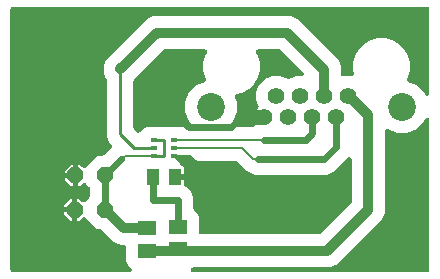
<source format=gbr>
G04 EAGLE Gerber X2 export*
%TF.Part,Single*%
%TF.FileFunction,Copper,L1,Top,Mixed*%
%TF.FilePolarity,Positive*%
%TF.GenerationSoftware,Autodesk,EAGLE,8.6.3*%
%TF.CreationDate,2019-03-24T10:02:58Z*%
G75*
%MOMM*%
%FSLAX34Y34*%
%LPD*%
%AMOC8*
5,1,8,0,0,1.08239X$1,22.5*%
G01*
%ADD10P,1.429621X8X202.500000*%
%ADD11R,1.100000X1.450000*%
%ADD12R,1.500000X1.300000*%
%ADD13R,0.550000X0.300000*%
%ADD14C,1.422400*%
%ADD15C,2.362200*%
%ADD16C,0.609600*%
%ADD17C,0.254000*%
%ADD18C,0.812800*%
%ADD19C,0.203200*%
%ADD20C,1.500000*%
%ADD21C,1.016000*%
%ADD22C,1.270000*%

G36*
X688341Y587622D02*
X688341Y587622D01*
X688350Y587621D01*
X688542Y587642D01*
X688733Y587661D01*
X688741Y587663D01*
X688750Y587664D01*
X688933Y587722D01*
X689118Y587779D01*
X689126Y587783D01*
X689134Y587786D01*
X689303Y587879D01*
X689472Y587971D01*
X689479Y587976D01*
X689486Y587981D01*
X689633Y588105D01*
X689781Y588228D01*
X689787Y588235D01*
X689793Y588241D01*
X689912Y588392D01*
X690033Y588542D01*
X690038Y588550D01*
X690043Y588557D01*
X690131Y588730D01*
X690219Y588899D01*
X690221Y588908D01*
X690225Y588916D01*
X690277Y589102D01*
X690330Y589286D01*
X690331Y589295D01*
X690333Y589304D01*
X690348Y589497D01*
X690363Y589688D01*
X690362Y589696D01*
X690363Y589705D01*
X690338Y589898D01*
X690316Y590087D01*
X690314Y590096D01*
X690312Y590105D01*
X690251Y590288D01*
X690191Y590470D01*
X690187Y590478D01*
X690184Y590486D01*
X690089Y590652D01*
X689994Y590821D01*
X689988Y590828D01*
X689983Y590835D01*
X689769Y591088D01*
X687022Y593835D01*
X685499Y597511D01*
X685499Y608904D01*
X685497Y608922D01*
X685499Y608940D01*
X685478Y609122D01*
X685459Y609305D01*
X685454Y609322D01*
X685452Y609339D01*
X685395Y609514D01*
X685341Y609690D01*
X685333Y609705D01*
X685327Y609722D01*
X685237Y609882D01*
X685149Y610044D01*
X685138Y610057D01*
X685129Y610073D01*
X685009Y610212D01*
X684892Y610353D01*
X684878Y610364D01*
X684866Y610378D01*
X684721Y610490D01*
X684578Y610605D01*
X684562Y610613D01*
X684548Y610624D01*
X684383Y610706D01*
X684221Y610791D01*
X684204Y610796D01*
X684188Y610804D01*
X684009Y610851D01*
X683834Y610902D01*
X683816Y610904D01*
X683799Y610908D01*
X683468Y610935D01*
X680802Y610935D01*
X675633Y613076D01*
X665309Y623400D01*
X665288Y623417D01*
X665271Y623438D01*
X665133Y623545D01*
X664998Y623655D01*
X664974Y623668D01*
X664953Y623684D01*
X664796Y623762D01*
X664642Y623844D01*
X664616Y623852D01*
X664592Y623864D01*
X664423Y623909D01*
X664256Y623959D01*
X664229Y623961D01*
X664204Y623968D01*
X663873Y623995D01*
X660622Y623995D01*
X650961Y633656D01*
X650947Y633667D01*
X650936Y633681D01*
X650792Y633795D01*
X650650Y633911D01*
X650634Y633920D01*
X650620Y633931D01*
X650456Y634014D01*
X650294Y634100D01*
X650277Y634105D01*
X650261Y634113D01*
X650084Y634162D01*
X649908Y634215D01*
X649890Y634216D01*
X649873Y634221D01*
X649690Y634234D01*
X649507Y634251D01*
X649489Y634249D01*
X649472Y634250D01*
X649290Y634227D01*
X649107Y634208D01*
X649090Y634202D01*
X649072Y634200D01*
X648898Y634142D01*
X648723Y634086D01*
X648707Y634077D01*
X648691Y634072D01*
X648532Y633980D01*
X648371Y633891D01*
X648357Y633880D01*
X648342Y633871D01*
X648089Y633656D01*
X645888Y631455D01*
X644131Y631455D01*
X644131Y640600D01*
X644131Y649745D01*
X645888Y649745D01*
X648089Y647544D01*
X648102Y647533D01*
X648114Y647519D01*
X648258Y647405D01*
X648400Y647289D01*
X648416Y647280D01*
X648430Y647269D01*
X648594Y647186D01*
X648756Y647100D01*
X648773Y647095D01*
X648789Y647087D01*
X648966Y647038D01*
X649142Y646985D01*
X649160Y646984D01*
X649177Y646979D01*
X649360Y646966D01*
X649543Y646949D01*
X649561Y646951D01*
X649578Y646950D01*
X649760Y646973D01*
X649943Y646992D01*
X649960Y646998D01*
X649978Y647000D01*
X650151Y647058D01*
X650327Y647114D01*
X650343Y647123D01*
X650359Y647128D01*
X650519Y647220D01*
X650679Y647309D01*
X650693Y647320D01*
X650708Y647329D01*
X650961Y647544D01*
X654356Y650939D01*
X654373Y650960D01*
X654394Y650977D01*
X654501Y651115D01*
X654611Y651250D01*
X654624Y651274D01*
X654640Y651295D01*
X654718Y651452D01*
X654800Y651606D01*
X654808Y651632D01*
X654820Y651656D01*
X654865Y651825D01*
X654915Y651992D01*
X654917Y652019D01*
X654924Y652045D01*
X654951Y652375D01*
X654951Y658425D01*
X654949Y658451D01*
X654951Y658478D01*
X654929Y658652D01*
X654911Y658825D01*
X654904Y658851D01*
X654900Y658878D01*
X654845Y659043D01*
X654793Y659210D01*
X654780Y659234D01*
X654772Y659259D01*
X654685Y659411D01*
X654601Y659564D01*
X654584Y659585D01*
X654571Y659608D01*
X654356Y659861D01*
X651461Y662756D01*
X651447Y662767D01*
X651436Y662781D01*
X651292Y662895D01*
X651150Y663011D01*
X651134Y663020D01*
X651120Y663031D01*
X650956Y663114D01*
X650794Y663200D01*
X650777Y663205D01*
X650761Y663213D01*
X650584Y663262D01*
X650408Y663315D01*
X650390Y663316D01*
X650373Y663321D01*
X650190Y663334D01*
X650007Y663351D01*
X649989Y663349D01*
X649972Y663350D01*
X649790Y663327D01*
X649607Y663308D01*
X649590Y663302D01*
X649572Y663300D01*
X649398Y663242D01*
X649223Y663186D01*
X649207Y663177D01*
X649191Y663172D01*
X649032Y663080D01*
X648871Y662991D01*
X648857Y662980D01*
X648842Y662971D01*
X648589Y662756D01*
X646388Y660555D01*
X644631Y660555D01*
X644631Y669700D01*
X644631Y678845D01*
X646388Y678845D01*
X648589Y676644D01*
X648602Y676633D01*
X648614Y676619D01*
X648758Y676505D01*
X648900Y676389D01*
X648916Y676380D01*
X648930Y676369D01*
X649094Y676286D01*
X649256Y676200D01*
X649273Y676195D01*
X649289Y676187D01*
X649466Y676138D01*
X649642Y676085D01*
X649660Y676084D01*
X649677Y676079D01*
X649860Y676066D01*
X650043Y676049D01*
X650061Y676051D01*
X650078Y676050D01*
X650260Y676073D01*
X650443Y676092D01*
X650460Y676098D01*
X650478Y676100D01*
X650652Y676158D01*
X650827Y676214D01*
X650843Y676223D01*
X650859Y676228D01*
X651019Y676320D01*
X651179Y676409D01*
X651193Y676420D01*
X651208Y676429D01*
X651461Y676644D01*
X661122Y686305D01*
X665310Y686305D01*
X665336Y686307D01*
X665363Y686305D01*
X665537Y686327D01*
X665710Y686345D01*
X665736Y686352D01*
X665762Y686356D01*
X665928Y686411D01*
X666095Y686463D01*
X666119Y686476D01*
X666144Y686484D01*
X666295Y686571D01*
X666449Y686655D01*
X666470Y686672D01*
X666493Y686685D01*
X666746Y686900D01*
X673017Y693171D01*
X673029Y693185D01*
X673042Y693196D01*
X673156Y693341D01*
X673272Y693482D01*
X673281Y693498D01*
X673292Y693512D01*
X673375Y693676D01*
X673461Y693838D01*
X673466Y693855D01*
X673474Y693871D01*
X673523Y694048D01*
X673576Y694224D01*
X673577Y694242D01*
X673582Y694259D01*
X673596Y694442D01*
X673612Y694625D01*
X673610Y694643D01*
X673611Y694661D01*
X673589Y694843D01*
X673569Y695025D01*
X673563Y695042D01*
X673561Y695060D01*
X673503Y695234D01*
X673447Y695409D01*
X673439Y695425D01*
X673433Y695442D01*
X673341Y695601D01*
X673252Y695761D01*
X673241Y695775D01*
X673232Y695791D01*
X673017Y696044D01*
X670945Y698116D01*
X669229Y702258D01*
X669229Y750039D01*
X669227Y750065D01*
X669229Y750092D01*
X669207Y750266D01*
X669189Y750439D01*
X669182Y750465D01*
X669178Y750492D01*
X669123Y750657D01*
X669071Y750824D01*
X669058Y750848D01*
X669050Y750873D01*
X668963Y751025D01*
X668879Y751178D01*
X668862Y751199D01*
X668849Y751222D01*
X668634Y751475D01*
X668576Y751533D01*
X666435Y756702D01*
X666435Y762298D01*
X668576Y767467D01*
X699291Y798181D01*
X703533Y802424D01*
X705145Y803091D01*
X708702Y804565D01*
X824798Y804565D01*
X829967Y802424D01*
X865364Y767027D01*
X867505Y761858D01*
X867505Y755572D01*
X867506Y755558D01*
X867505Y755545D01*
X867526Y755358D01*
X867545Y755171D01*
X867549Y755158D01*
X867550Y755145D01*
X867608Y754965D01*
X867663Y754786D01*
X867669Y754774D01*
X867673Y754762D01*
X867765Y754597D01*
X867855Y754432D01*
X867863Y754422D01*
X867870Y754410D01*
X867993Y754266D01*
X868112Y754123D01*
X868123Y754114D01*
X868131Y754104D01*
X868280Y753988D01*
X868426Y753870D01*
X868438Y753864D01*
X868449Y753856D01*
X868617Y753772D01*
X868783Y753685D01*
X868796Y753681D01*
X868808Y753675D01*
X868989Y753626D01*
X869170Y753574D01*
X869184Y753572D01*
X869197Y753569D01*
X869383Y753556D01*
X869572Y753541D01*
X869585Y753542D01*
X869598Y753541D01*
X869784Y753566D01*
X869971Y753588D01*
X869984Y753592D01*
X869997Y753594D01*
X870313Y753695D01*
X870356Y753713D01*
X876554Y753713D01*
X876636Y753721D01*
X876718Y753719D01*
X876836Y753741D01*
X876955Y753753D01*
X877034Y753777D01*
X877114Y753791D01*
X877225Y753836D01*
X877340Y753871D01*
X877412Y753910D01*
X877488Y753940D01*
X877589Y754006D01*
X877694Y754063D01*
X877757Y754115D01*
X877826Y754160D01*
X877911Y754244D01*
X878003Y754320D01*
X878055Y754384D01*
X878113Y754442D01*
X878181Y754541D01*
X878256Y754634D01*
X878293Y754707D01*
X878340Y754775D01*
X878386Y754885D01*
X878441Y754991D01*
X878464Y755070D01*
X878496Y755146D01*
X878519Y755263D01*
X878552Y755378D01*
X878559Y755460D01*
X878575Y755541D01*
X878576Y755660D01*
X878585Y755780D01*
X878576Y755861D01*
X878576Y755943D01*
X878549Y756093D01*
X878538Y756179D01*
X878526Y756218D01*
X878516Y756270D01*
X877823Y758857D01*
X877823Y765143D01*
X879450Y771216D01*
X882594Y776661D01*
X887039Y781106D01*
X892484Y784250D01*
X898557Y785877D01*
X904843Y785877D01*
X910916Y784250D01*
X916361Y781106D01*
X920806Y776661D01*
X923950Y771216D01*
X925577Y765143D01*
X925577Y758857D01*
X923950Y752784D01*
X923513Y752029D01*
X923451Y751891D01*
X923383Y751757D01*
X923369Y751708D01*
X923348Y751662D01*
X923314Y751515D01*
X923273Y751370D01*
X923269Y751319D01*
X923258Y751269D01*
X923253Y751118D01*
X923242Y750968D01*
X923248Y750918D01*
X923247Y750867D01*
X923272Y750718D01*
X923290Y750569D01*
X923306Y750520D01*
X923315Y750470D01*
X923370Y750329D01*
X923417Y750187D01*
X923442Y750142D01*
X923461Y750095D01*
X923542Y749968D01*
X923616Y749837D01*
X923650Y749798D01*
X923677Y749755D01*
X923782Y749647D01*
X923881Y749533D01*
X923921Y749502D01*
X923957Y749465D01*
X924081Y749380D01*
X924200Y749288D01*
X924251Y749262D01*
X924288Y749236D01*
X924367Y749202D01*
X924495Y749136D01*
X931581Y746201D01*
X937717Y740065D01*
X938471Y738244D01*
X938473Y738240D01*
X938475Y738236D01*
X938569Y738062D01*
X938662Y737889D01*
X938664Y737886D01*
X938667Y737882D01*
X938792Y737732D01*
X938918Y737579D01*
X938921Y737576D01*
X938924Y737573D01*
X939077Y737450D01*
X939231Y737325D01*
X939235Y737323D01*
X939238Y737320D01*
X939411Y737230D01*
X939587Y737138D01*
X939591Y737137D01*
X939595Y737135D01*
X939783Y737081D01*
X939974Y737025D01*
X939978Y737025D01*
X939982Y737024D01*
X940180Y737007D01*
X940375Y736991D01*
X940379Y736991D01*
X940384Y736991D01*
X940578Y737014D01*
X940775Y737036D01*
X940779Y737037D01*
X940783Y737038D01*
X940969Y737098D01*
X941158Y737159D01*
X941162Y737161D01*
X941166Y737162D01*
X941338Y737259D01*
X941510Y737355D01*
X941513Y737358D01*
X941517Y737360D01*
X941665Y737489D01*
X941815Y737617D01*
X941818Y737621D01*
X941822Y737623D01*
X941942Y737778D01*
X942064Y737934D01*
X942066Y737938D01*
X942068Y737942D01*
X942157Y738119D01*
X942244Y738294D01*
X942246Y738298D01*
X942248Y738302D01*
X942298Y738491D01*
X942351Y738682D01*
X942351Y738687D01*
X942352Y738691D01*
X942379Y739022D01*
X942379Y810348D01*
X942377Y810366D01*
X942379Y810384D01*
X942358Y810566D01*
X942339Y810749D01*
X942334Y810766D01*
X942332Y810783D01*
X942275Y810958D01*
X942221Y811134D01*
X942213Y811149D01*
X942207Y811166D01*
X942117Y811326D01*
X942029Y811488D01*
X942018Y811501D01*
X942009Y811517D01*
X941889Y811656D01*
X941772Y811797D01*
X941758Y811808D01*
X941746Y811822D01*
X941601Y811934D01*
X941458Y812049D01*
X941442Y812057D01*
X941428Y812068D01*
X941263Y812150D01*
X941101Y812235D01*
X941084Y812240D01*
X941068Y812248D01*
X940889Y812295D01*
X940714Y812346D01*
X940696Y812348D01*
X940679Y812352D01*
X940348Y812379D01*
X589652Y812379D01*
X589634Y812377D01*
X589616Y812379D01*
X589434Y812358D01*
X589251Y812339D01*
X589234Y812334D01*
X589217Y812332D01*
X589042Y812275D01*
X588866Y812221D01*
X588851Y812213D01*
X588834Y812207D01*
X588674Y812117D01*
X588512Y812029D01*
X588499Y812018D01*
X588483Y812009D01*
X588344Y811889D01*
X588203Y811772D01*
X588192Y811758D01*
X588178Y811746D01*
X588066Y811601D01*
X587951Y811458D01*
X587943Y811442D01*
X587932Y811428D01*
X587850Y811263D01*
X587765Y811101D01*
X587760Y811084D01*
X587752Y811068D01*
X587705Y810889D01*
X587654Y810714D01*
X587652Y810696D01*
X587648Y810679D01*
X587621Y810348D01*
X587621Y589652D01*
X587623Y589634D01*
X587621Y589616D01*
X587642Y589434D01*
X587661Y589251D01*
X587666Y589234D01*
X587668Y589217D01*
X587725Y589042D01*
X587779Y588866D01*
X587787Y588851D01*
X587793Y588834D01*
X587883Y588674D01*
X587971Y588512D01*
X587982Y588499D01*
X587991Y588483D01*
X588111Y588344D01*
X588228Y588203D01*
X588242Y588192D01*
X588254Y588178D01*
X588399Y588066D01*
X588542Y587951D01*
X588558Y587943D01*
X588572Y587932D01*
X588737Y587850D01*
X588899Y587765D01*
X588916Y587760D01*
X588932Y587752D01*
X589111Y587705D01*
X589286Y587654D01*
X589304Y587652D01*
X589321Y587648D01*
X589652Y587621D01*
X688332Y587621D01*
X688341Y587622D01*
G37*
G36*
X849359Y620067D02*
X849359Y620067D01*
X849386Y620065D01*
X849560Y620087D01*
X849733Y620105D01*
X849759Y620112D01*
X849786Y620116D01*
X849951Y620171D01*
X850118Y620223D01*
X850142Y620236D01*
X850167Y620244D01*
X850319Y620331D01*
X850472Y620415D01*
X850493Y620432D01*
X850516Y620445D01*
X850769Y620660D01*
X875840Y645731D01*
X875857Y645752D01*
X875878Y645769D01*
X875985Y645907D01*
X876095Y646042D01*
X876108Y646066D01*
X876124Y646087D01*
X876202Y646244D01*
X876284Y646398D01*
X876292Y646424D01*
X876304Y646448D01*
X876349Y646617D01*
X876399Y646784D01*
X876401Y646811D01*
X876408Y646836D01*
X876435Y647167D01*
X876435Y683078D01*
X876434Y683087D01*
X876435Y683095D01*
X876414Y683289D01*
X876395Y683478D01*
X876393Y683487D01*
X876392Y683496D01*
X876334Y683679D01*
X876277Y683863D01*
X876273Y683871D01*
X876270Y683880D01*
X876178Y684047D01*
X876085Y684217D01*
X876080Y684224D01*
X876075Y684232D01*
X875951Y684379D01*
X875828Y684527D01*
X875821Y684532D01*
X875815Y684539D01*
X875663Y684659D01*
X875514Y684779D01*
X875506Y684783D01*
X875499Y684789D01*
X875326Y684876D01*
X875157Y684964D01*
X875148Y684967D01*
X875140Y684971D01*
X874954Y685023D01*
X874770Y685076D01*
X874761Y685076D01*
X874752Y685079D01*
X874559Y685093D01*
X874368Y685109D01*
X874360Y685108D01*
X874351Y685108D01*
X874158Y685084D01*
X873969Y685062D01*
X873960Y685059D01*
X873951Y685058D01*
X873768Y684996D01*
X873586Y684937D01*
X873578Y684932D01*
X873570Y684930D01*
X873403Y684834D01*
X873235Y684739D01*
X873228Y684733D01*
X873221Y684729D01*
X872968Y684514D01*
X860796Y672342D01*
X856938Y670744D01*
X856000Y670355D01*
X794404Y670355D01*
X789609Y672342D01*
X788900Y673050D01*
X788876Y673070D01*
X788855Y673094D01*
X788721Y673197D01*
X788589Y673305D01*
X788561Y673320D01*
X788536Y673339D01*
X788241Y673491D01*
X786856Y674064D01*
X779532Y681388D01*
X779511Y681405D01*
X779493Y681426D01*
X779356Y681533D01*
X779220Y681643D01*
X779196Y681656D01*
X779175Y681672D01*
X779018Y681750D01*
X778864Y681832D01*
X778839Y681840D01*
X778815Y681852D01*
X778645Y681897D01*
X778479Y681947D01*
X778452Y681949D01*
X778426Y681956D01*
X778095Y681983D01*
X733236Y681983D01*
X733100Y681970D01*
X732962Y681965D01*
X732899Y681950D01*
X732836Y681943D01*
X732704Y681903D01*
X732571Y681871D01*
X732512Y681844D01*
X732451Y681825D01*
X732330Y681760D01*
X732205Y681702D01*
X732153Y681664D01*
X732097Y681633D01*
X731991Y681546D01*
X731880Y681464D01*
X731837Y681417D01*
X731787Y681376D01*
X731701Y681269D01*
X731609Y681167D01*
X731575Y681112D01*
X731535Y681062D01*
X731472Y680940D01*
X731401Y680822D01*
X731379Y680762D01*
X731350Y680705D01*
X731312Y680573D01*
X731265Y680443D01*
X731256Y680380D01*
X731238Y680318D01*
X731227Y680181D01*
X731207Y680045D01*
X731210Y679981D01*
X731205Y679916D01*
X731221Y679780D01*
X731229Y679643D01*
X731245Y679580D01*
X731252Y679517D01*
X731295Y679386D01*
X731329Y679253D01*
X731357Y679195D01*
X731377Y679134D01*
X731445Y679014D01*
X731504Y678890D01*
X731543Y678839D01*
X731575Y678783D01*
X731665Y678679D01*
X731748Y678570D01*
X731796Y678527D01*
X731838Y678479D01*
X731946Y678394D01*
X732050Y678303D01*
X732105Y678271D01*
X732156Y678232D01*
X732279Y678171D01*
X732398Y678102D01*
X732468Y678077D01*
X732517Y678052D01*
X732594Y678032D01*
X732711Y677990D01*
X732981Y677918D01*
X733560Y677583D01*
X734033Y677110D01*
X734368Y676531D01*
X734541Y675885D01*
X734541Y671049D01*
X727218Y671049D01*
X727200Y671047D01*
X727183Y671049D01*
X727000Y671028D01*
X726818Y671009D01*
X726801Y671004D01*
X726783Y671002D01*
X726608Y670945D01*
X726433Y670891D01*
X726417Y670883D01*
X726400Y670877D01*
X726240Y670787D01*
X726079Y670699D01*
X726065Y670688D01*
X726049Y670679D01*
X725910Y670559D01*
X725769Y670442D01*
X725758Y670428D01*
X725745Y670416D01*
X725632Y670271D01*
X725517Y670128D01*
X725509Y670112D01*
X725498Y670098D01*
X725416Y669933D01*
X725332Y669771D01*
X725327Y669754D01*
X725319Y669738D01*
X725271Y669559D01*
X725220Y669384D01*
X725219Y669366D01*
X725214Y669349D01*
X725187Y669018D01*
X725187Y667582D01*
X725189Y667564D01*
X725187Y667546D01*
X725209Y667364D01*
X725227Y667181D01*
X725232Y667164D01*
X725234Y667147D01*
X725291Y666971D01*
X725345Y666796D01*
X725353Y666781D01*
X725359Y666764D01*
X725449Y666604D01*
X725537Y666442D01*
X725548Y666429D01*
X725557Y666413D01*
X725677Y666274D01*
X725795Y666133D01*
X725808Y666122D01*
X725820Y666108D01*
X725965Y665996D01*
X726108Y665881D01*
X726124Y665873D01*
X726138Y665862D01*
X726303Y665780D01*
X726466Y665695D01*
X726483Y665690D01*
X726499Y665682D01*
X726677Y665634D01*
X726852Y665584D01*
X726870Y665582D01*
X726887Y665578D01*
X727218Y665551D01*
X734541Y665551D01*
X734541Y661893D01*
X734543Y661871D01*
X734541Y661849D01*
X734563Y661671D01*
X734581Y661493D01*
X734587Y661471D01*
X734590Y661449D01*
X734646Y661279D01*
X734699Y661108D01*
X734709Y661088D01*
X734716Y661067D01*
X734805Y660911D01*
X734891Y660754D01*
X734905Y660736D01*
X734916Y660717D01*
X735033Y660582D01*
X735148Y660444D01*
X735166Y660430D01*
X735180Y660414D01*
X735322Y660304D01*
X735462Y660192D01*
X735482Y660182D01*
X735500Y660168D01*
X735795Y660017D01*
X736892Y659562D01*
X740562Y655892D01*
X742549Y651096D01*
X742549Y641936D01*
X742551Y641909D01*
X742549Y641883D01*
X742571Y641709D01*
X742589Y641535D01*
X742596Y641510D01*
X742600Y641483D01*
X742655Y641317D01*
X742707Y641150D01*
X742720Y641127D01*
X742728Y641101D01*
X742815Y640950D01*
X742899Y640796D01*
X742916Y640776D01*
X742929Y640753D01*
X743144Y640500D01*
X745478Y638165D01*
X747001Y634489D01*
X747001Y622096D01*
X747003Y622078D01*
X747001Y622060D01*
X747022Y621878D01*
X747041Y621695D01*
X747046Y621678D01*
X747048Y621661D01*
X747105Y621486D01*
X747159Y621310D01*
X747167Y621295D01*
X747173Y621278D01*
X747263Y621118D01*
X747351Y620956D01*
X747362Y620943D01*
X747371Y620927D01*
X747491Y620788D01*
X747608Y620647D01*
X747622Y620636D01*
X747634Y620622D01*
X747779Y620510D01*
X747922Y620395D01*
X747938Y620387D01*
X747952Y620376D01*
X748117Y620294D01*
X748279Y620209D01*
X748296Y620204D01*
X748312Y620196D01*
X748491Y620149D01*
X748666Y620098D01*
X748684Y620096D01*
X748701Y620092D01*
X749032Y620065D01*
X849333Y620065D01*
X849359Y620067D01*
G37*
G36*
X940366Y587623D02*
X940366Y587623D01*
X940384Y587621D01*
X940566Y587642D01*
X940749Y587661D01*
X940766Y587666D01*
X940783Y587668D01*
X940958Y587725D01*
X941134Y587779D01*
X941149Y587787D01*
X941166Y587793D01*
X941326Y587883D01*
X941488Y587971D01*
X941501Y587982D01*
X941517Y587991D01*
X941656Y588111D01*
X941797Y588228D01*
X941808Y588242D01*
X941822Y588254D01*
X941934Y588399D01*
X942049Y588542D01*
X942057Y588558D01*
X942068Y588572D01*
X942150Y588737D01*
X942235Y588899D01*
X942240Y588916D01*
X942248Y588932D01*
X942295Y589111D01*
X942346Y589286D01*
X942348Y589304D01*
X942352Y589321D01*
X942379Y589652D01*
X942379Y716398D01*
X942379Y716403D01*
X942379Y716407D01*
X942359Y716601D01*
X942339Y716799D01*
X942338Y716803D01*
X942338Y716808D01*
X942279Y716996D01*
X942221Y717184D01*
X942219Y717188D01*
X942218Y717192D01*
X942122Y717367D01*
X942029Y717538D01*
X942027Y717541D01*
X942024Y717545D01*
X941896Y717698D01*
X941772Y717847D01*
X941768Y717850D01*
X941765Y717853D01*
X941609Y717978D01*
X941458Y718100D01*
X941454Y718102D01*
X941451Y718104D01*
X941270Y718197D01*
X941101Y718285D01*
X941096Y718286D01*
X941092Y718288D01*
X940902Y718342D01*
X940714Y718396D01*
X940709Y718397D01*
X940705Y718398D01*
X940513Y718413D01*
X940312Y718429D01*
X940308Y718429D01*
X940304Y718429D01*
X940110Y718406D01*
X939913Y718382D01*
X939908Y718381D01*
X939904Y718380D01*
X939719Y718319D01*
X939530Y718258D01*
X939526Y718255D01*
X939522Y718254D01*
X939353Y718158D01*
X939179Y718060D01*
X939176Y718057D01*
X939172Y718055D01*
X939025Y717927D01*
X938875Y717797D01*
X938872Y717793D01*
X938868Y717790D01*
X938748Y717633D01*
X938628Y717478D01*
X938626Y717475D01*
X938623Y717471D01*
X938471Y717176D01*
X937717Y715355D01*
X931581Y709219D01*
X923565Y705898D01*
X914887Y705898D01*
X907373Y709011D01*
X907360Y709015D01*
X907349Y709021D01*
X907169Y709072D01*
X906988Y709127D01*
X906975Y709128D01*
X906962Y709132D01*
X906774Y709148D01*
X906587Y709165D01*
X906574Y709164D01*
X906560Y709165D01*
X906373Y709143D01*
X906187Y709124D01*
X906174Y709120D01*
X906161Y709118D01*
X905981Y709060D01*
X905802Y709004D01*
X905791Y708997D01*
X905778Y708993D01*
X905613Y708900D01*
X905449Y708811D01*
X905439Y708802D01*
X905427Y708795D01*
X905285Y708672D01*
X905141Y708551D01*
X905133Y708541D01*
X905122Y708532D01*
X905007Y708384D01*
X904890Y708237D01*
X904884Y708225D01*
X904876Y708214D01*
X904792Y708045D01*
X904706Y707878D01*
X904702Y707866D01*
X904696Y707854D01*
X904647Y707670D01*
X904596Y707491D01*
X904595Y707478D01*
X904592Y707465D01*
X904565Y707134D01*
X904565Y637702D01*
X902424Y632533D01*
X863967Y594076D01*
X862712Y593556D01*
X862711Y593556D01*
X858798Y591935D01*
X742860Y591935D01*
X742829Y591932D01*
X742798Y591934D01*
X742629Y591912D01*
X742460Y591895D01*
X742430Y591886D01*
X742399Y591882D01*
X742083Y591781D01*
X741474Y591529D01*
X741470Y591527D01*
X741466Y591525D01*
X741293Y591431D01*
X741119Y591338D01*
X741116Y591336D01*
X741112Y591333D01*
X740962Y591209D01*
X740809Y591082D01*
X740806Y591079D01*
X740803Y591076D01*
X740681Y590924D01*
X740555Y590769D01*
X740553Y590765D01*
X740550Y590762D01*
X740461Y590589D01*
X740368Y590413D01*
X740367Y590409D01*
X740365Y590405D01*
X740309Y590210D01*
X740255Y590027D01*
X740255Y590022D01*
X740254Y590018D01*
X740237Y589818D01*
X740221Y589625D01*
X740221Y589621D01*
X740221Y589616D01*
X740244Y589420D01*
X740266Y589225D01*
X740267Y589221D01*
X740268Y589217D01*
X740328Y589030D01*
X740389Y588842D01*
X740391Y588838D01*
X740392Y588834D01*
X740489Y588663D01*
X740585Y588491D01*
X740588Y588487D01*
X740590Y588483D01*
X740718Y588336D01*
X740847Y588185D01*
X740851Y588182D01*
X740853Y588178D01*
X741008Y588059D01*
X741164Y587936D01*
X741168Y587934D01*
X741172Y587932D01*
X741349Y587843D01*
X741524Y587756D01*
X741528Y587754D01*
X741532Y587752D01*
X741727Y587700D01*
X741912Y587649D01*
X741916Y587649D01*
X741921Y587648D01*
X742252Y587621D01*
X940348Y587621D01*
X940366Y587623D01*
G37*
G36*
X695934Y705885D02*
X695934Y705885D01*
X695951Y705883D01*
X696133Y705906D01*
X696316Y705926D01*
X696333Y705931D01*
X696351Y705934D01*
X696524Y705992D01*
X696700Y706048D01*
X696716Y706056D01*
X696732Y706062D01*
X696892Y706154D01*
X697052Y706242D01*
X697066Y706254D01*
X697081Y706263D01*
X697334Y706478D01*
X700335Y709478D01*
X700759Y709654D01*
X704011Y711001D01*
X713489Y711001D01*
X713671Y710925D01*
X713701Y710916D01*
X713729Y710902D01*
X713894Y710858D01*
X714057Y710809D01*
X714088Y710806D01*
X714118Y710798D01*
X714449Y710771D01*
X719805Y710771D01*
X719957Y710725D01*
X719983Y710722D01*
X720009Y710715D01*
X720184Y710703D01*
X720358Y710687D01*
X720384Y710690D01*
X720411Y710688D01*
X720585Y710710D01*
X720758Y710728D01*
X720783Y710736D01*
X720810Y710740D01*
X721126Y710841D01*
X721511Y711001D01*
X730989Y711001D01*
X731785Y710671D01*
X731814Y710662D01*
X731842Y710648D01*
X732007Y710604D01*
X732170Y710555D01*
X732201Y710552D01*
X732231Y710544D01*
X732562Y710517D01*
X738617Y710517D01*
X738626Y710518D01*
X738635Y710517D01*
X738827Y710538D01*
X739018Y710557D01*
X739026Y710559D01*
X739035Y710560D01*
X739217Y710618D01*
X739402Y710675D01*
X739410Y710679D01*
X739419Y710682D01*
X739587Y710775D01*
X739757Y710867D01*
X739763Y710872D01*
X739771Y710877D01*
X739918Y711001D01*
X740066Y711124D01*
X740071Y711131D01*
X740078Y711137D01*
X740198Y711289D01*
X740318Y711438D01*
X740322Y711446D01*
X740328Y711453D01*
X740415Y711625D01*
X740504Y711795D01*
X740506Y711804D01*
X740510Y711812D01*
X740562Y711998D01*
X740615Y712182D01*
X740616Y712191D01*
X740618Y712200D01*
X740632Y712392D01*
X740648Y712584D01*
X740647Y712592D01*
X740648Y712601D01*
X740623Y712794D01*
X740601Y712983D01*
X740598Y712992D01*
X740597Y713001D01*
X740536Y713184D01*
X740476Y713366D01*
X740472Y713374D01*
X740469Y713382D01*
X740374Y713548D01*
X740278Y713717D01*
X740272Y713724D01*
X740268Y713731D01*
X740053Y713984D01*
X738683Y715355D01*
X735362Y723371D01*
X735362Y732049D01*
X738683Y740065D01*
X744819Y746201D01*
X751905Y749136D01*
X752037Y749207D01*
X752174Y749272D01*
X752215Y749302D01*
X752260Y749326D01*
X752376Y749423D01*
X752497Y749512D01*
X752531Y749550D01*
X752570Y749583D01*
X752665Y749700D01*
X752766Y749812D01*
X752792Y749856D01*
X752824Y749895D01*
X752894Y750029D01*
X752970Y750159D01*
X752987Y750207D01*
X753011Y750252D01*
X753053Y750397D01*
X753103Y750539D01*
X753110Y750589D01*
X753124Y750638D01*
X753137Y750788D01*
X753157Y750938D01*
X753154Y750989D01*
X753159Y751040D01*
X753142Y751189D01*
X753132Y751340D01*
X753119Y751389D01*
X753113Y751440D01*
X753067Y751583D01*
X753028Y751729D01*
X753004Y751781D01*
X752990Y751823D01*
X752949Y751898D01*
X752887Y752029D01*
X752450Y752784D01*
X750823Y758857D01*
X750823Y765143D01*
X752450Y771216D01*
X753705Y773388D01*
X753765Y773522D01*
X753832Y773651D01*
X753848Y773705D01*
X753870Y773755D01*
X753903Y773898D01*
X753944Y774038D01*
X753948Y774094D01*
X753961Y774148D01*
X753965Y774294D01*
X753976Y774440D01*
X753970Y774495D01*
X753972Y774550D01*
X753947Y774695D01*
X753930Y774839D01*
X753912Y774892D01*
X753903Y774947D01*
X753850Y775083D01*
X753805Y775222D01*
X753777Y775271D01*
X753757Y775322D01*
X753679Y775445D01*
X753607Y775573D01*
X753571Y775615D01*
X753541Y775662D01*
X753439Y775767D01*
X753344Y775878D01*
X753300Y775912D01*
X753261Y775952D01*
X753141Y776035D01*
X753026Y776124D01*
X752976Y776149D01*
X752930Y776181D01*
X752796Y776239D01*
X752665Y776304D01*
X752611Y776318D01*
X752560Y776340D01*
X752418Y776370D01*
X752276Y776408D01*
X752213Y776413D01*
X752167Y776423D01*
X752083Y776424D01*
X751946Y776435D01*
X718167Y776435D01*
X718141Y776433D01*
X718114Y776435D01*
X717940Y776413D01*
X717767Y776395D01*
X717741Y776388D01*
X717714Y776384D01*
X717549Y776329D01*
X717382Y776277D01*
X717358Y776264D01*
X717333Y776256D01*
X717181Y776169D01*
X717028Y776085D01*
X717007Y776068D01*
X716984Y776055D01*
X716731Y775840D01*
X692366Y751475D01*
X692349Y751454D01*
X692328Y751437D01*
X692221Y751299D01*
X692111Y751164D01*
X692098Y751140D01*
X692082Y751119D01*
X692004Y750962D01*
X691922Y750808D01*
X691914Y750782D01*
X691902Y750758D01*
X691857Y750589D01*
X691807Y750422D01*
X691805Y750395D01*
X691798Y750370D01*
X691771Y750039D01*
X691771Y710010D01*
X691773Y709983D01*
X691771Y709957D01*
X691793Y709783D01*
X691811Y709609D01*
X691818Y709584D01*
X691822Y709557D01*
X691877Y709391D01*
X691929Y709224D01*
X691942Y709201D01*
X691950Y709175D01*
X692037Y709024D01*
X692121Y708870D01*
X692138Y708850D01*
X692151Y708827D01*
X692366Y708574D01*
X694462Y706478D01*
X694476Y706466D01*
X694487Y706453D01*
X694631Y706339D01*
X694773Y706222D01*
X694789Y706214D01*
X694803Y706203D01*
X694967Y706119D01*
X695129Y706034D01*
X695146Y706029D01*
X695162Y706021D01*
X695339Y705971D01*
X695515Y705919D01*
X695533Y705917D01*
X695550Y705913D01*
X695733Y705899D01*
X695916Y705883D01*
X695934Y705885D01*
G37*
G36*
X792806Y710522D02*
X792806Y710522D01*
X792857Y710519D01*
X793006Y710542D01*
X793155Y710557D01*
X793204Y710572D01*
X793255Y710579D01*
X793396Y710631D01*
X793540Y710675D01*
X793585Y710699D01*
X793633Y710717D01*
X793762Y710795D01*
X793894Y710867D01*
X793934Y710899D01*
X793977Y710926D01*
X794088Y711028D01*
X794204Y711124D01*
X794236Y711164D01*
X794273Y711199D01*
X794362Y711321D01*
X794456Y711438D01*
X794479Y711483D01*
X794510Y711525D01*
X794572Y711662D01*
X794641Y711795D01*
X794655Y711844D01*
X794677Y711891D01*
X794711Y712038D01*
X794753Y712182D01*
X794757Y712233D01*
X794769Y712283D01*
X794773Y712434D01*
X794786Y712584D01*
X794780Y712634D01*
X794781Y712686D01*
X794756Y712834D01*
X794739Y712983D01*
X794723Y713032D01*
X794714Y713083D01*
X794661Y713223D01*
X794614Y713366D01*
X794589Y713411D01*
X794570Y713459D01*
X794451Y713656D01*
X794416Y713717D01*
X794407Y713727D01*
X794398Y713742D01*
X794384Y713761D01*
X793694Y715115D01*
X793225Y716560D01*
X793219Y716598D01*
X802449Y716598D01*
X802467Y716600D01*
X802485Y716599D01*
X802667Y716620D01*
X802850Y716638D01*
X802867Y716643D01*
X802885Y716645D01*
X803059Y716702D01*
X803235Y716756D01*
X803251Y716765D01*
X803267Y716770D01*
X803428Y716861D01*
X803589Y716948D01*
X803603Y716959D01*
X803618Y716968D01*
X803757Y717088D01*
X803898Y717206D01*
X803909Y717220D01*
X803923Y717231D01*
X804035Y717376D01*
X804150Y717519D01*
X804159Y717535D01*
X804170Y717549D01*
X804252Y717714D01*
X804336Y717877D01*
X804341Y717894D01*
X804349Y717910D01*
X804397Y718088D01*
X804447Y718264D01*
X804449Y718281D01*
X804453Y718299D01*
X804481Y718629D01*
X804481Y719011D01*
X804479Y719028D01*
X804480Y719046D01*
X804459Y719228D01*
X804441Y719411D01*
X804435Y719428D01*
X804433Y719446D01*
X804376Y719620D01*
X804323Y719796D01*
X804314Y719812D01*
X804308Y719829D01*
X804218Y719989D01*
X804131Y720150D01*
X804119Y720164D01*
X804111Y720179D01*
X803990Y720319D01*
X803873Y720459D01*
X803859Y720471D01*
X803847Y720484D01*
X803702Y720597D01*
X803559Y720712D01*
X803543Y720720D01*
X803529Y720731D01*
X803364Y720813D01*
X803202Y720897D01*
X803185Y720902D01*
X803169Y720910D01*
X802991Y720958D01*
X802815Y721009D01*
X802797Y721010D01*
X802780Y721015D01*
X802449Y721042D01*
X793219Y721042D01*
X793225Y721080D01*
X793694Y722525D01*
X794384Y723879D01*
X795277Y725108D01*
X796352Y726183D01*
X796778Y726493D01*
X796915Y726614D01*
X797052Y726732D01*
X797064Y726747D01*
X797079Y726761D01*
X797188Y726906D01*
X797300Y727049D01*
X797309Y727066D01*
X797321Y727082D01*
X797400Y727246D01*
X797481Y727408D01*
X797486Y727427D01*
X797495Y727446D01*
X797539Y727622D01*
X797587Y727797D01*
X797589Y727817D01*
X797594Y727836D01*
X797602Y728017D01*
X797615Y728198D01*
X797612Y728218D01*
X797613Y728238D01*
X797586Y728417D01*
X797563Y728598D01*
X797556Y728619D01*
X797553Y728636D01*
X797527Y728708D01*
X797461Y728913D01*
X795687Y733196D01*
X795687Y740004D01*
X798293Y746294D01*
X803106Y751107D01*
X809396Y753713D01*
X816204Y753713D01*
X822183Y751236D01*
X822208Y751228D01*
X822232Y751216D01*
X822400Y751171D01*
X822568Y751120D01*
X822595Y751117D01*
X822621Y751110D01*
X822795Y751098D01*
X822969Y751082D01*
X822995Y751084D01*
X823022Y751083D01*
X823197Y751105D01*
X823369Y751123D01*
X823395Y751131D01*
X823421Y751135D01*
X823737Y751236D01*
X829716Y753713D01*
X833993Y753713D01*
X834002Y753714D01*
X834011Y753713D01*
X834204Y753734D01*
X834394Y753753D01*
X834402Y753755D01*
X834411Y753756D01*
X834596Y753815D01*
X834778Y753871D01*
X834786Y753875D01*
X834795Y753878D01*
X834964Y753971D01*
X835132Y754063D01*
X835139Y754068D01*
X835147Y754073D01*
X835294Y754197D01*
X835442Y754320D01*
X835447Y754327D01*
X835454Y754333D01*
X835574Y754485D01*
X835694Y754634D01*
X835698Y754642D01*
X835704Y754649D01*
X835791Y754822D01*
X835880Y754991D01*
X835882Y755000D01*
X835886Y755008D01*
X835938Y755194D01*
X835991Y755378D01*
X835992Y755387D01*
X835994Y755396D01*
X836008Y755589D01*
X836024Y755780D01*
X836023Y755788D01*
X836023Y755797D01*
X835999Y755990D01*
X835977Y756179D01*
X835974Y756188D01*
X835973Y756197D01*
X835912Y756380D01*
X835852Y756562D01*
X835848Y756570D01*
X835845Y756578D01*
X835749Y756745D01*
X835654Y756913D01*
X835648Y756920D01*
X835644Y756927D01*
X835429Y757180D01*
X816769Y775840D01*
X816748Y775857D01*
X816731Y775878D01*
X816593Y775985D01*
X816458Y776095D01*
X816434Y776108D01*
X816413Y776124D01*
X816256Y776202D01*
X816102Y776284D01*
X816076Y776292D01*
X816052Y776304D01*
X815883Y776349D01*
X815716Y776399D01*
X815689Y776401D01*
X815664Y776408D01*
X815333Y776435D01*
X797454Y776435D01*
X797309Y776421D01*
X797163Y776414D01*
X797109Y776401D01*
X797054Y776395D01*
X796914Y776352D01*
X796772Y776317D01*
X796722Y776294D01*
X796669Y776277D01*
X796540Y776208D01*
X796408Y776145D01*
X796364Y776112D01*
X796315Y776085D01*
X796203Y775992D01*
X796085Y775905D01*
X796048Y775863D01*
X796006Y775828D01*
X795914Y775714D01*
X795816Y775605D01*
X795788Y775557D01*
X795753Y775514D01*
X795686Y775384D01*
X795612Y775258D01*
X795593Y775206D01*
X795568Y775157D01*
X795527Y775016D01*
X795479Y774878D01*
X795472Y774823D01*
X795456Y774770D01*
X795444Y774624D01*
X795425Y774479D01*
X795428Y774424D01*
X795424Y774368D01*
X795441Y774223D01*
X795450Y774077D01*
X795464Y774024D01*
X795470Y773969D01*
X795516Y773830D01*
X795553Y773688D01*
X795580Y773631D01*
X795595Y773586D01*
X795636Y773513D01*
X795695Y773388D01*
X796950Y771216D01*
X798577Y765143D01*
X798577Y758857D01*
X796950Y752784D01*
X793806Y747339D01*
X789361Y742894D01*
X783916Y739750D01*
X778844Y738391D01*
X778703Y738338D01*
X778560Y738292D01*
X778515Y738267D01*
X778467Y738249D01*
X778340Y738169D01*
X778208Y738096D01*
X778169Y738063D01*
X778126Y738035D01*
X778017Y737932D01*
X777902Y737834D01*
X777871Y737794D01*
X777834Y737759D01*
X777747Y737635D01*
X777654Y737517D01*
X777631Y737471D01*
X777602Y737430D01*
X777541Y737292D01*
X777473Y737157D01*
X777460Y737108D01*
X777439Y737061D01*
X777407Y736914D01*
X777367Y736769D01*
X777364Y736718D01*
X777353Y736668D01*
X777350Y736518D01*
X777339Y736367D01*
X777346Y736316D01*
X777345Y736265D01*
X777372Y736118D01*
X777392Y735968D01*
X777409Y735913D01*
X777417Y735869D01*
X777449Y735790D01*
X777493Y735652D01*
X778986Y732049D01*
X778986Y723371D01*
X775665Y715355D01*
X774295Y713984D01*
X774289Y713977D01*
X774282Y713972D01*
X774161Y713821D01*
X774040Y713673D01*
X774035Y713665D01*
X774030Y713658D01*
X773941Y713488D01*
X773851Y713317D01*
X773848Y713308D01*
X773844Y713301D01*
X773791Y713116D01*
X773736Y712931D01*
X773735Y712922D01*
X773733Y712914D01*
X773717Y712723D01*
X773700Y712530D01*
X773701Y712521D01*
X773700Y712512D01*
X773722Y712322D01*
X773743Y712130D01*
X773746Y712121D01*
X773747Y712113D01*
X773806Y711931D01*
X773865Y711746D01*
X773869Y711738D01*
X773872Y711730D01*
X773966Y711563D01*
X774060Y711394D01*
X774065Y711387D01*
X774070Y711379D01*
X774195Y711234D01*
X774320Y711087D01*
X774327Y711081D01*
X774333Y711074D01*
X774483Y710958D01*
X774636Y710837D01*
X774644Y710833D01*
X774651Y710828D01*
X774822Y710742D01*
X774995Y710655D01*
X775004Y710652D01*
X775012Y710648D01*
X775198Y710598D01*
X775383Y710547D01*
X775392Y710546D01*
X775400Y710544D01*
X775731Y710517D01*
X792755Y710517D01*
X792806Y710522D01*
G37*
%LPC*%
G36*
X633455Y671731D02*
X633455Y671731D01*
X633455Y673488D01*
X638812Y678845D01*
X640569Y678845D01*
X640569Y671731D01*
X633455Y671731D01*
G37*
%LPD*%
%LPC*%
G36*
X632955Y642631D02*
X632955Y642631D01*
X632955Y644388D01*
X638312Y649745D01*
X640069Y649745D01*
X640069Y642631D01*
X632955Y642631D01*
G37*
%LPD*%
%LPC*%
G36*
X638812Y660555D02*
X638812Y660555D01*
X633455Y665912D01*
X633455Y667669D01*
X640569Y667669D01*
X640569Y660555D01*
X638812Y660555D01*
G37*
%LPD*%
%LPC*%
G36*
X638312Y631455D02*
X638312Y631455D01*
X632955Y636812D01*
X632955Y638569D01*
X640069Y638569D01*
X640069Y631455D01*
X638312Y631455D01*
G37*
%LPD*%
D10*
X668000Y669700D03*
X642600Y669700D03*
X667500Y640600D03*
X642100Y640600D03*
D11*
X726500Y668300D03*
X708500Y668300D03*
D12*
X703000Y606000D03*
X703000Y625000D03*
X729500Y626000D03*
X729500Y607000D03*
D13*
X708750Y699500D03*
X708750Y693000D03*
X708750Y686500D03*
X726250Y699500D03*
X726250Y693000D03*
X726250Y686500D03*
D14*
X873760Y736600D03*
X863600Y718820D03*
X853440Y736600D03*
X843280Y718820D03*
X833120Y736600D03*
X822960Y718820D03*
X812800Y736600D03*
X802640Y718820D03*
D15*
X757174Y727710D03*
X919226Y727710D03*
D16*
X668000Y669700D02*
X668000Y640600D01*
X667500Y640600D01*
D17*
X708750Y699500D02*
X717500Y699500D01*
X717500Y686500D01*
X708750Y686500D01*
D18*
X703000Y625000D02*
X683600Y625000D01*
X668000Y640600D01*
D19*
X684800Y686500D02*
X708750Y686500D01*
X684800Y686500D02*
X682650Y684350D01*
D16*
X681526Y683226D02*
X668000Y669700D01*
D18*
X703000Y606000D02*
X729500Y606000D01*
X729500Y607000D01*
X874057Y736897D02*
X890500Y720453D01*
X890500Y640500D01*
X856000Y606000D02*
X729500Y606000D01*
X856000Y606000D02*
X890500Y640500D01*
D17*
X873760Y736600D02*
X874057Y736897D01*
X708750Y693000D02*
X692000Y693000D01*
D18*
X853440Y736600D02*
X853440Y759060D01*
X822000Y790500D01*
X711500Y790500D01*
X680500Y759500D01*
D17*
X680500Y704500D02*
X692000Y693000D01*
X680500Y704500D02*
X680500Y759500D01*
D19*
X726250Y693000D02*
X783500Y693000D01*
D16*
X863600Y693600D02*
X863600Y718820D01*
X853404Y683404D02*
X797000Y683404D01*
X853404Y683404D02*
X863600Y693600D01*
D19*
X797000Y683404D02*
X793096Y683404D01*
X783500Y693000D01*
X802500Y699500D02*
X726250Y699500D01*
D16*
X843280Y705280D02*
X843280Y718820D01*
X843280Y705280D02*
X837500Y699500D01*
X802500Y699500D01*
X708500Y668300D02*
X708500Y648500D01*
X729500Y648500D02*
X729500Y626000D01*
X729500Y648500D02*
X708500Y648500D01*
D17*
X731250Y681500D02*
X726250Y686500D01*
X731250Y681500D02*
X734000Y681500D01*
X736000Y681500D01*
X729000Y686500D02*
X726250Y686500D01*
X729000Y686500D02*
X734000Y681500D01*
X731000Y686500D02*
X726250Y686500D01*
X731000Y686500D02*
X735500Y682000D01*
X736000Y681500D01*
X735000Y686500D02*
X731000Y686500D01*
X735000Y686500D02*
X738500Y686500D01*
X735500Y686000D02*
X735000Y686500D01*
X735500Y686000D02*
X735500Y682000D01*
X736000Y684000D02*
X738000Y686000D01*
X736000Y684000D02*
X736000Y681500D01*
X740250Y684750D02*
X738500Y686500D01*
X740250Y684750D02*
X743000Y682000D01*
X744500Y682000D01*
X743000Y682000D02*
X742000Y682000D01*
X741540Y682460D01*
X738000Y682460D01*
X737000Y681500D02*
X740250Y684750D01*
X737000Y681500D02*
X736000Y681500D01*
X738000Y679500D01*
X738000Y667500D01*
X736500Y667500D01*
X736000Y667000D01*
X735500Y667000D01*
X735000Y667500D01*
D20*
X717000Y729000D03*
X758000Y667500D03*
X909000Y611500D03*
X618000Y654000D03*
D17*
X717000Y729000D02*
X725000Y729000D01*
D21*
X722500Y728500D02*
X716500Y728500D01*
D22*
X784320Y718820D02*
X802640Y718820D01*
X784320Y718820D02*
X784000Y718500D01*
D16*
X720728Y729000D02*
X717000Y729000D01*
X720728Y729000D02*
X735910Y713818D01*
X736500Y712500D02*
X738500Y710500D01*
X774000Y710500D01*
X783000Y719500D01*
X783500Y719500D01*
M02*

</source>
